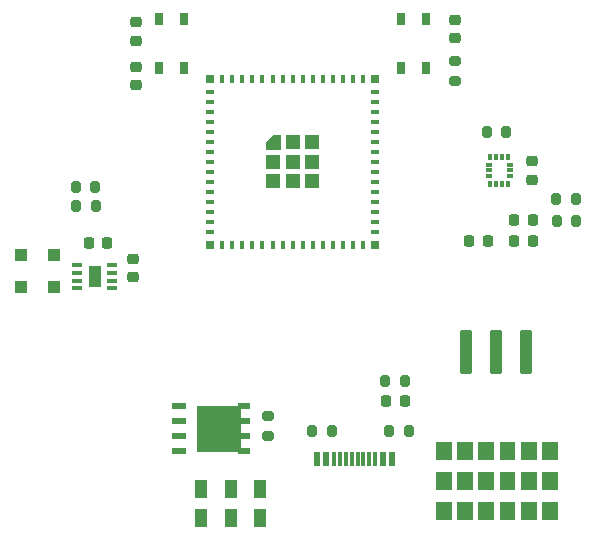
<source format=gbr>
%TF.GenerationSoftware,KiCad,Pcbnew,8.0.5*%
%TF.CreationDate,2024-10-31T19:08:10-07:00*%
%TF.ProjectId,PIG-19,5049472d-3139-42e6-9b69-6361645f7063,rev?*%
%TF.SameCoordinates,Original*%
%TF.FileFunction,Paste,Top*%
%TF.FilePolarity,Positive*%
%FSLAX46Y46*%
G04 Gerber Fmt 4.6, Leading zero omitted, Abs format (unit mm)*
G04 Created by KiCad (PCBNEW 8.0.5) date 2024-10-31 19:08:10*
%MOMM*%
%LPD*%
G01*
G04 APERTURE LIST*
G04 Aperture macros list*
%AMRoundRect*
0 Rectangle with rounded corners*
0 $1 Rounding radius*
0 $2 $3 $4 $5 $6 $7 $8 $9 X,Y pos of 4 corners*
0 Add a 4 corners polygon primitive as box body*
4,1,4,$2,$3,$4,$5,$6,$7,$8,$9,$2,$3,0*
0 Add four circle primitives for the rounded corners*
1,1,$1+$1,$2,$3*
1,1,$1+$1,$4,$5*
1,1,$1+$1,$6,$7*
1,1,$1+$1,$8,$9*
0 Add four rect primitives between the rounded corners*
20,1,$1+$1,$2,$3,$4,$5,0*
20,1,$1+$1,$4,$5,$6,$7,0*
20,1,$1+$1,$6,$7,$8,$9,0*
20,1,$1+$1,$8,$9,$2,$3,0*%
G04 Aperture macros list end*
%ADD10C,0.000000*%
%ADD11C,0.010000*%
%ADD12RoundRect,0.200000X-0.200000X-0.275000X0.200000X-0.275000X0.200000X0.275000X-0.200000X0.275000X0*%
%ADD13RoundRect,0.200000X0.200000X0.275000X-0.200000X0.275000X-0.200000X-0.275000X0.200000X-0.275000X0*%
%ADD14RoundRect,0.250000X0.300000X0.300000X-0.300000X0.300000X-0.300000X-0.300000X0.300000X-0.300000X0*%
%ADD15RoundRect,0.225000X0.225000X0.250000X-0.225000X0.250000X-0.225000X-0.250000X0.225000X-0.250000X0*%
%ADD16R,1.270000X0.610000*%
%ADD17R,3.810000X3.910000*%
%ADD18R,1.020000X0.610000*%
%ADD19RoundRect,0.200000X-0.275000X0.200000X-0.275000X-0.200000X0.275000X-0.200000X0.275000X0.200000X0*%
%ADD20R,0.650000X1.050000*%
%ADD21RoundRect,0.218750X0.218750X0.256250X-0.218750X0.256250X-0.218750X-0.256250X0.218750X-0.256250X0*%
%ADD22RoundRect,0.225000X-0.225000X-0.250000X0.225000X-0.250000X0.225000X0.250000X-0.225000X0.250000X0*%
%ADD23RoundRect,0.225000X-0.250000X0.225000X-0.250000X-0.225000X0.250000X-0.225000X0.250000X0.225000X0*%
%ADD24R,0.600000X1.150000*%
%ADD25R,0.300000X1.150000*%
%ADD26R,0.931065X0.302473*%
%ADD27R,0.800000X0.400000*%
%ADD28R,0.400000X0.800000*%
%ADD29R,1.200000X1.200000*%
%ADD30R,0.800000X0.800000*%
%ADD31R,1.000000X1.600000*%
%ADD32RoundRect,0.123750X-0.371250X1.771250X-0.371250X-1.771250X0.371250X-1.771250X0.371250X1.771250X0*%
%ADD33RoundRect,0.225000X0.250000X-0.225000X0.250000X0.225000X-0.250000X0.225000X-0.250000X-0.225000X0*%
%ADD34R,0.350000X0.610000*%
%ADD35R,0.610000X0.350000*%
%ADD36RoundRect,0.200000X0.275000X-0.200000X0.275000X0.200000X-0.275000X0.200000X-0.275000X-0.200000X0*%
G04 APERTURE END LIST*
D10*
%TO.C,LDO1*%
G36*
X143621954Y-78752518D02*
G01*
X142621956Y-78752518D01*
X142621956Y-77002518D01*
X143621954Y-77002518D01*
X143621954Y-78752518D01*
G37*
D11*
%TO.C,MCU1*%
X158821955Y-67102518D02*
X157621955Y-67102518D01*
X157621955Y-66502518D01*
X158221955Y-65902518D01*
X158821955Y-65902518D01*
X158821955Y-67102518D01*
G36*
X158821955Y-67102518D02*
G01*
X157621955Y-67102518D01*
X157621955Y-66502518D01*
X158221955Y-65902518D01*
X158821955Y-65902518D01*
X158821955Y-67102518D01*
G37*
%TO.C,U1*%
X173251955Y-93312518D02*
X171991955Y-93312518D01*
X171991955Y-91862518D01*
X173251955Y-91862518D01*
X173251955Y-93312518D01*
G36*
X173251955Y-93312518D02*
G01*
X171991955Y-93312518D01*
X171991955Y-91862518D01*
X173251955Y-91862518D01*
X173251955Y-93312518D01*
G37*
X173251955Y-95852518D02*
X171991955Y-95852518D01*
X171991955Y-94402518D01*
X173251955Y-94402518D01*
X173251955Y-95852518D01*
G36*
X173251955Y-95852518D02*
G01*
X171991955Y-95852518D01*
X171991955Y-94402518D01*
X173251955Y-94402518D01*
X173251955Y-95852518D01*
G37*
X173251955Y-98392518D02*
X171991955Y-98392518D01*
X171991955Y-96942518D01*
X173251955Y-96942518D01*
X173251955Y-98392518D01*
G36*
X173251955Y-98392518D02*
G01*
X171991955Y-98392518D01*
X171991955Y-96942518D01*
X173251955Y-96942518D01*
X173251955Y-98392518D01*
G37*
X175051955Y-93312518D02*
X173791955Y-93312518D01*
X173791955Y-91862518D01*
X175051955Y-91862518D01*
X175051955Y-93312518D01*
G36*
X175051955Y-93312518D02*
G01*
X173791955Y-93312518D01*
X173791955Y-91862518D01*
X175051955Y-91862518D01*
X175051955Y-93312518D01*
G37*
X175051955Y-95852518D02*
X173791955Y-95852518D01*
X173791955Y-94402518D01*
X175051955Y-94402518D01*
X175051955Y-95852518D01*
G36*
X175051955Y-95852518D02*
G01*
X173791955Y-95852518D01*
X173791955Y-94402518D01*
X175051955Y-94402518D01*
X175051955Y-95852518D01*
G37*
X175051955Y-98392518D02*
X173791955Y-98392518D01*
X173791955Y-96942518D01*
X175051955Y-96942518D01*
X175051955Y-98392518D01*
G36*
X175051955Y-98392518D02*
G01*
X173791955Y-98392518D01*
X173791955Y-96942518D01*
X175051955Y-96942518D01*
X175051955Y-98392518D01*
G37*
X176851955Y-93312518D02*
X175591955Y-93312518D01*
X175591955Y-91862518D01*
X176851955Y-91862518D01*
X176851955Y-93312518D01*
G36*
X176851955Y-93312518D02*
G01*
X175591955Y-93312518D01*
X175591955Y-91862518D01*
X176851955Y-91862518D01*
X176851955Y-93312518D01*
G37*
X176851955Y-95852518D02*
X175591955Y-95852518D01*
X175591955Y-94402518D01*
X176851955Y-94402518D01*
X176851955Y-95852518D01*
G36*
X176851955Y-95852518D02*
G01*
X175591955Y-95852518D01*
X175591955Y-94402518D01*
X176851955Y-94402518D01*
X176851955Y-95852518D01*
G37*
X176851955Y-98392518D02*
X175591955Y-98392518D01*
X175591955Y-96942518D01*
X176851955Y-96942518D01*
X176851955Y-98392518D01*
G36*
X176851955Y-98392518D02*
G01*
X175591955Y-98392518D01*
X175591955Y-96942518D01*
X176851955Y-96942518D01*
X176851955Y-98392518D01*
G37*
X178651955Y-93312518D02*
X177391955Y-93312518D01*
X177391955Y-91862518D01*
X178651955Y-91862518D01*
X178651955Y-93312518D01*
G36*
X178651955Y-93312518D02*
G01*
X177391955Y-93312518D01*
X177391955Y-91862518D01*
X178651955Y-91862518D01*
X178651955Y-93312518D01*
G37*
X178651955Y-95852518D02*
X177391955Y-95852518D01*
X177391955Y-94402518D01*
X178651955Y-94402518D01*
X178651955Y-95852518D01*
G36*
X178651955Y-95852518D02*
G01*
X177391955Y-95852518D01*
X177391955Y-94402518D01*
X178651955Y-94402518D01*
X178651955Y-95852518D01*
G37*
X178651955Y-98392518D02*
X177391955Y-98392518D01*
X177391955Y-96942518D01*
X178651955Y-96942518D01*
X178651955Y-98392518D01*
G36*
X178651955Y-98392518D02*
G01*
X177391955Y-98392518D01*
X177391955Y-96942518D01*
X178651955Y-96942518D01*
X178651955Y-98392518D01*
G37*
X180451955Y-93312518D02*
X179191955Y-93312518D01*
X179191955Y-91862518D01*
X180451955Y-91862518D01*
X180451955Y-93312518D01*
G36*
X180451955Y-93312518D02*
G01*
X179191955Y-93312518D01*
X179191955Y-91862518D01*
X180451955Y-91862518D01*
X180451955Y-93312518D01*
G37*
X180451955Y-95852518D02*
X179191955Y-95852518D01*
X179191955Y-94402518D01*
X180451955Y-94402518D01*
X180451955Y-95852518D01*
G36*
X180451955Y-95852518D02*
G01*
X179191955Y-95852518D01*
X179191955Y-94402518D01*
X180451955Y-94402518D01*
X180451955Y-95852518D01*
G37*
X180451955Y-98392518D02*
X179191955Y-98392518D01*
X179191955Y-96942518D01*
X180451955Y-96942518D01*
X180451955Y-98392518D01*
G36*
X180451955Y-98392518D02*
G01*
X179191955Y-98392518D01*
X179191955Y-96942518D01*
X180451955Y-96942518D01*
X180451955Y-98392518D01*
G37*
X182251955Y-93312518D02*
X180991955Y-93312518D01*
X180991955Y-91862518D01*
X182251955Y-91862518D01*
X182251955Y-93312518D01*
G36*
X182251955Y-93312518D02*
G01*
X180991955Y-93312518D01*
X180991955Y-91862518D01*
X182251955Y-91862518D01*
X182251955Y-93312518D01*
G37*
X182251955Y-95852518D02*
X180991955Y-95852518D01*
X180991955Y-94402518D01*
X182251955Y-94402518D01*
X182251955Y-95852518D01*
G36*
X182251955Y-95852518D02*
G01*
X180991955Y-95852518D01*
X180991955Y-94402518D01*
X182251955Y-94402518D01*
X182251955Y-95852518D01*
G37*
X182251955Y-98392518D02*
X180991955Y-98392518D01*
X180991955Y-96942518D01*
X182251955Y-96942518D01*
X182251955Y-98392518D01*
G36*
X182251955Y-98392518D02*
G01*
X180991955Y-98392518D01*
X180991955Y-96942518D01*
X182251955Y-96942518D01*
X182251955Y-98392518D01*
G37*
%TD*%
D12*
%TO.C,R9*%
X182196955Y-71277518D03*
X183846955Y-71277518D03*
%TD*%
D13*
%TO.C,R10*%
X143156955Y-70292518D03*
X141506955Y-70292518D03*
%TD*%
D14*
%TO.C,D2*%
X139671955Y-76000000D03*
X136871955Y-76000000D03*
%TD*%
D13*
%TO.C,R1*%
X169371955Y-86727518D03*
X167721955Y-86727518D03*
%TD*%
D15*
%TO.C,C2*%
X180196955Y-74877518D03*
X178646955Y-74877518D03*
%TD*%
D16*
%TO.C,Q1*%
X150261955Y-88837518D03*
X150261955Y-90107518D03*
X150261955Y-91377518D03*
X150261955Y-92647518D03*
D17*
X153621955Y-90742518D03*
D18*
X155726955Y-88837518D03*
X155726955Y-90107518D03*
X155726955Y-91377518D03*
X155726955Y-92647518D03*
%TD*%
D19*
%TO.C,R3*%
X173621955Y-59627518D03*
X173621955Y-61277518D03*
%TD*%
D12*
%TO.C,R7*%
X176296955Y-65627518D03*
X177946955Y-65627518D03*
%TD*%
D20*
%TO.C,SW4*%
X169046955Y-60202518D03*
X169046955Y-56052518D03*
X171196955Y-60202518D03*
X171196955Y-56052518D03*
%TD*%
%TO.C,SW1*%
X148546955Y-60202518D03*
X148546955Y-56052518D03*
X150696955Y-60202518D03*
X150696955Y-56052518D03*
%TD*%
D21*
%TO.C,D1*%
X169371955Y-88377518D03*
X167796955Y-88377518D03*
%TD*%
D13*
%TO.C,R8*%
X183871955Y-73127518D03*
X182221955Y-73127518D03*
%TD*%
D22*
%TO.C,C1*%
X142596955Y-75052517D03*
X144146955Y-75052517D03*
%TD*%
D23*
%TO.C,C6*%
X146371955Y-76377518D03*
X146371955Y-77927518D03*
%TD*%
D24*
%TO.C,J11*%
X161921955Y-93322518D03*
X162721955Y-93322518D03*
D25*
X163871955Y-93322518D03*
X164871955Y-93322518D03*
X165371955Y-93322518D03*
X166371955Y-93322518D03*
D24*
X168321955Y-93322518D03*
X167521955Y-93322518D03*
D25*
X166871955Y-93322518D03*
X165871955Y-93322518D03*
X164371955Y-93322518D03*
X163371955Y-93322518D03*
%TD*%
D22*
%TO.C,C8*%
X178646955Y-73077518D03*
X180196955Y-73077518D03*
%TD*%
D12*
%TO.C,R5*%
X168046955Y-90927518D03*
X169696955Y-90927518D03*
%TD*%
D26*
%TO.C,LDO1*%
X144612488Y-78852517D03*
X144612488Y-78202519D03*
X144612488Y-77552517D03*
X144612488Y-76902519D03*
X141631422Y-76902519D03*
X141631422Y-77552517D03*
X141631422Y-78202519D03*
X141631422Y-78852517D03*
%TD*%
D27*
%TO.C,MCU1*%
X152871955Y-62202518D03*
X152871955Y-63052518D03*
X152871955Y-63902518D03*
X152871955Y-64752518D03*
X152871955Y-65602518D03*
X152871955Y-66452518D03*
X152871955Y-67302518D03*
X152871955Y-68152518D03*
X152871955Y-69002518D03*
X152871955Y-69852518D03*
X152871955Y-70702518D03*
X152871955Y-71552518D03*
X152871955Y-72402518D03*
X152871955Y-73252518D03*
X152871955Y-74102518D03*
D28*
X153921955Y-75152518D03*
X154771955Y-75152518D03*
X155621955Y-75152518D03*
X156471955Y-75152518D03*
X157321955Y-75152518D03*
X158171955Y-75152518D03*
X159021955Y-75152518D03*
X159871955Y-75152518D03*
X160721955Y-75152518D03*
X161571955Y-75152518D03*
X162421955Y-75152518D03*
X163271955Y-75152518D03*
X164121955Y-75152518D03*
X164971955Y-75152518D03*
X165821955Y-75152518D03*
D27*
X166871955Y-74102518D03*
X166871955Y-73252518D03*
X166871955Y-72402518D03*
X166871955Y-71552518D03*
X166871955Y-70702518D03*
X166871955Y-69852518D03*
X166871955Y-69002518D03*
X166871955Y-68152518D03*
X166871955Y-67302518D03*
X166871955Y-66452518D03*
X166871955Y-65602518D03*
X166871955Y-64752518D03*
X166871955Y-63902518D03*
X166871955Y-63052518D03*
X166871955Y-62202518D03*
D28*
X165821955Y-61152518D03*
X164971955Y-61152518D03*
X164121955Y-61152518D03*
X163271955Y-61152518D03*
X162421955Y-61152518D03*
X161571955Y-61152518D03*
X160721955Y-61152518D03*
X159871955Y-61152518D03*
X159021955Y-61152518D03*
X158171955Y-61152518D03*
X157321955Y-61152518D03*
X156471955Y-61152518D03*
X155621955Y-61152518D03*
X154771955Y-61152518D03*
X153921955Y-61152518D03*
D29*
X159871955Y-68152518D03*
X159871955Y-66502518D03*
X161521955Y-66502518D03*
X161521955Y-68152518D03*
X161521955Y-69802518D03*
X159871955Y-69802518D03*
X158221955Y-69802518D03*
X158221955Y-68152518D03*
D30*
X152871955Y-61152518D03*
X152871955Y-75152518D03*
X166871955Y-75152518D03*
X166871955Y-61152518D03*
%TD*%
D31*
%TO.C,SW3*%
X152121955Y-95877518D03*
X152121955Y-98277518D03*
X154621955Y-95877518D03*
X154621955Y-98277518D03*
X157121955Y-95877518D03*
X157121955Y-98277518D03*
%TD*%
D32*
%TO.C,U1*%
X179661955Y-84247518D03*
X177121955Y-84247518D03*
X174581955Y-84247518D03*
%TD*%
D33*
%TO.C,C4*%
X146621955Y-57877518D03*
X146621955Y-56327518D03*
%TD*%
D23*
%TO.C,C3*%
X173621955Y-56102518D03*
X173621955Y-57652518D03*
%TD*%
D13*
%TO.C,R6*%
X163196955Y-90927518D03*
X161546955Y-90927518D03*
%TD*%
D34*
%TO.C,Accelerometer1*%
X176621955Y-70037518D03*
X177121955Y-70037518D03*
X177621955Y-70037518D03*
X178121955Y-70037518D03*
D35*
X178281955Y-69377518D03*
X178281955Y-68877518D03*
X178281955Y-68377518D03*
D34*
X178121955Y-67717518D03*
X177621955Y-67717518D03*
X177121955Y-67717518D03*
X176621955Y-67717518D03*
D35*
X176461955Y-68377518D03*
X176461955Y-68877518D03*
X176461955Y-69377518D03*
%TD*%
D23*
%TO.C,C5*%
X146621955Y-60102518D03*
X146621955Y-61652518D03*
%TD*%
D14*
%TO.C,D3*%
X139650000Y-78750000D03*
X136850000Y-78750000D03*
%TD*%
D22*
%TO.C,C9*%
X174846955Y-74877518D03*
X176396955Y-74877518D03*
%TD*%
D12*
%TO.C,R4*%
X141546955Y-71877518D03*
X143196955Y-71877518D03*
%TD*%
D33*
%TO.C,C7*%
X180121955Y-69652518D03*
X180121955Y-68102518D03*
%TD*%
D36*
%TO.C,R2*%
X157771955Y-91352518D03*
X157771955Y-89702518D03*
%TD*%
M02*

</source>
